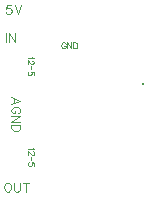
<source format=gto>
G04 DipTrace Beta 2.3.5.2*
%INMinimOSD_MK2.GTO*%
%MOIN*%
%ADD20C,0.013*%
%ADD50C,0.0046*%
%ADD51C,0.0031*%
%FSLAX44Y44*%
G04*
G70*
G90*
G75*
G01*
%LNTop TopSilk*%
%LPD*%
D20*
X6065Y3885D3*
X1665Y6528D2*
D50*
X1522D1*
X1508Y6399D1*
X1522Y6413D1*
X1565Y6428D1*
X1608D1*
X1651Y6413D1*
X1680Y6385D1*
X1694Y6342D1*
Y6313D1*
X1680Y6270D1*
X1651Y6241D1*
X1608Y6227D1*
X1565D1*
X1522Y6241D1*
X1508Y6256D1*
X1493Y6284D1*
X1787Y6528D2*
X1901Y6227D1*
X2016Y6528D1*
X1503Y5598D2*
Y5297D1*
X1797Y5598D2*
Y5297D1*
X1596Y5598D1*
Y5297D1*
X1529Y608D2*
X1501Y594D1*
X1472Y565D1*
X1457Y537D1*
X1443Y494D1*
Y422D1*
X1457Y379D1*
X1472Y350D1*
X1501Y321D1*
X1529Y307D1*
X1587D1*
X1615Y321D1*
X1644Y350D1*
X1658Y379D1*
X1673Y422D1*
Y494D1*
X1658Y537D1*
X1644Y565D1*
X1615Y594D1*
X1587Y608D1*
X1529D1*
X1765D2*
Y393D1*
X1780Y350D1*
X1808Y321D1*
X1851Y307D1*
X1880D1*
X1923Y321D1*
X1952Y350D1*
X1966Y393D1*
Y608D1*
X2159D2*
Y307D1*
X2059Y608D2*
X2260D1*
X2404Y1766D2*
D51*
X2413Y1747D1*
X2442Y1718D1*
X2241D1*
X2394Y1647D2*
X2404D1*
X2423Y1637D1*
X2432Y1628D1*
X2442Y1608D1*
Y1570D1*
X2432Y1551D1*
X2423Y1542D1*
X2404Y1532D1*
X2385D1*
X2365Y1542D1*
X2337Y1561D1*
X2241Y1656D1*
Y1522D1*
X2342Y1461D2*
Y1350D1*
X2442Y1173D2*
Y1269D1*
X2356Y1278D1*
X2365Y1269D1*
X2375Y1240D1*
Y1212D1*
X2365Y1183D1*
X2346Y1164D1*
X2318Y1154D1*
X2299D1*
X2270Y1164D1*
X2251Y1183D1*
X2241Y1212D1*
Y1240D1*
X2251Y1269D1*
X2260Y1278D1*
X2279Y1288D1*
X2384Y4796D2*
X2393Y4777D1*
X2422Y4748D1*
X2221D1*
X2374Y4677D2*
X2384D1*
X2403Y4667D1*
X2412Y4658D1*
X2422Y4638D1*
Y4600D1*
X2412Y4581D1*
X2403Y4572D1*
X2384Y4562D1*
X2365D1*
X2345Y4572D1*
X2317Y4591D1*
X2221Y4686D1*
Y4552D1*
X2322Y4491D2*
Y4380D1*
X2422Y4203D2*
Y4299D1*
X2336Y4308D1*
X2345Y4299D1*
X2355Y4270D1*
Y4242D1*
X2345Y4213D1*
X2326Y4194D1*
X2298Y4184D1*
X2279D1*
X2250Y4194D1*
X2231Y4213D1*
X2221Y4242D1*
Y4270D1*
X2231Y4299D1*
X2240Y4308D1*
X2259Y4318D1*
X1683Y3222D2*
D50*
X1984Y3337D1*
X1683Y3452D1*
X1783Y3409D2*
Y3265D1*
X1913Y2914D2*
X1941Y2928D1*
X1970Y2957D1*
X1984Y2986D1*
Y3043D1*
X1970Y3072D1*
X1941Y3101D1*
X1913Y3115D1*
X1870Y3129D1*
X1798D1*
X1755Y3115D1*
X1726Y3101D1*
X1698Y3072D1*
X1683Y3043D1*
Y2986D1*
X1698Y2957D1*
X1726Y2928D1*
X1755Y2914D1*
X1798D1*
Y2986D1*
X1984Y2621D2*
X1683D1*
X1984Y2822D1*
X1683D1*
X1984Y2528D2*
X1683D1*
Y2428D1*
X1698Y2384D1*
X1726Y2356D1*
X1755Y2341D1*
X1798Y2327D1*
X1870D1*
X1913Y2341D1*
X1941Y2356D1*
X1970Y2384D1*
X1984Y2428D1*
Y2528D1*
X3489Y5234D2*
D51*
X3479Y5253D1*
X3460Y5273D1*
X3441Y5282D1*
X3403D1*
X3384Y5273D1*
X3365Y5253D1*
X3355Y5234D1*
X3345Y5206D1*
Y5158D1*
X3355Y5129D1*
X3365Y5110D1*
X3384Y5091D1*
X3403Y5081D1*
X3441D1*
X3460Y5091D1*
X3479Y5110D1*
X3489Y5129D1*
Y5158D1*
X3441D1*
X3685Y5282D2*
Y5081D1*
X3551Y5282D1*
Y5081D1*
X3746Y5282D2*
Y5081D1*
X3813D1*
X3842Y5091D1*
X3861Y5110D1*
X3871Y5129D1*
X3880Y5158D1*
Y5206D1*
X3871Y5234D1*
X3861Y5253D1*
X3842Y5273D1*
X3813Y5282D1*
X3746D1*
M02*

</source>
